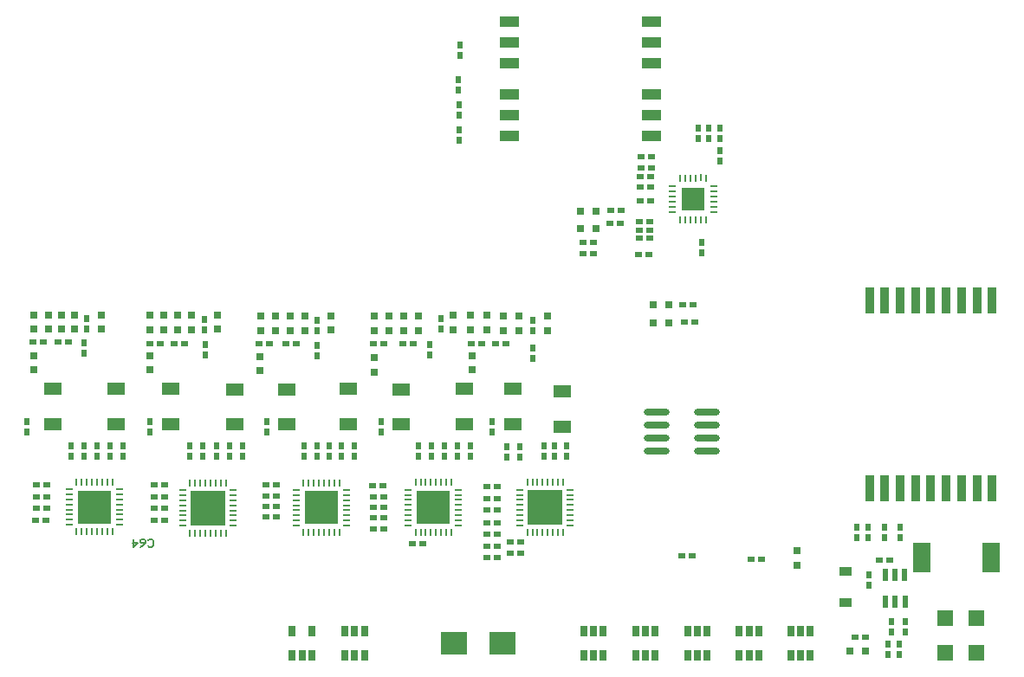
<source format=gtp>
%FSLAX24Y24*%
%MOIN*%
G70*
G01*
G75*
G04 Layer_Color=8421504*
%ADD10R,0.0250X0.0200*%
%ADD11R,0.0362X0.0984*%
%ADD12R,0.0276X0.0394*%
%ADD13R,0.0689X0.1181*%
%ADD14R,0.0984X0.0866*%
%ADD15R,0.0200X0.0250*%
%ADD16R,0.0276X0.0394*%
%ADD17R,0.0315X0.0315*%
%ADD18R,0.0669X0.0492*%
%ADD19R,0.0300X0.0300*%
%ADD20R,0.0906X0.0906*%
%ADD21R,0.0600X0.0600*%
%ADD22R,0.0472X0.0354*%
%ADD23R,0.0472X0.0354*%
%ADD24R,0.0315X0.0315*%
%ADD25R,0.0236X0.0472*%
%ADD26O,0.0315X0.0098*%
%ADD27O,0.0098X0.0315*%
%ADD28O,0.0276X0.0098*%
%ADD29O,0.0098X0.0276*%
%ADD30R,0.1299X0.1299*%
%ADD31R,0.0750X0.0400*%
%ADD32R,0.1358X0.1358*%
%ADD33O,0.0984X0.0276*%
%ADD34C,0.0120*%
%ADD35C,0.0100*%
%ADD36C,0.0080*%
%ADD37C,0.0150*%
%ADD38C,0.0300*%
%ADD39C,0.0200*%
%ADD40C,0.0276*%
%ADD41C,0.0600*%
%ADD42C,0.0220*%
%ADD43C,0.0350*%
%ADD44C,0.0700*%
%ADD45C,0.1100*%
%ADD46R,0.0591X0.0591*%
%ADD47C,0.0591*%
%ADD48C,0.0320*%
%ADD49C,0.0354*%
%ADD50R,0.0591X0.0591*%
%ADD51R,0.0600X0.0600*%
%ADD52C,0.0710*%
%ADD53C,0.0900*%
%ADD54C,0.0400*%
G04:AMPARAMS|DCode=55|XSize=42mil|YSize=42mil|CornerRadius=0mil|HoleSize=0mil|Usage=FLASHONLY|Rotation=0.000|XOffset=0mil|YOffset=0mil|HoleType=Round|Shape=Relief|Width=5mil|Gap=5mil|Entries=4|*
%AMTHD55*
7,0,0,0.0420,0.0320,0.0050,45*
%
%ADD55THD55*%
%ADD56C,0.0420*%
%ADD57C,0.0500*%
%ADD58C,0.1400*%
%ADD59C,0.0654*%
%ADD60C,0.0497*%
G04:AMPARAMS|DCode=61|XSize=49.685mil|YSize=49.685mil|CornerRadius=0mil|HoleSize=0mil|Usage=FLASHONLY|Rotation=0.000|XOffset=0mil|YOffset=0mil|HoleType=Round|Shape=Relief|Width=5mil|Gap=5mil|Entries=4|*
%AMTHD61*
7,0,0,0.0497,0.0397,0.0050,45*
%
%ADD61THD61*%
G04:AMPARAMS|DCode=62|XSize=65.433mil|YSize=65.433mil|CornerRadius=0mil|HoleSize=0mil|Usage=FLASHONLY|Rotation=0.000|XOffset=0mil|YOffset=0mil|HoleType=Round|Shape=Relief|Width=5mil|Gap=5mil|Entries=4|*
%AMTHD62*
7,0,0,0.0654,0.0554,0.0050,45*
%
%ADD62THD62*%
G04:AMPARAMS|DCode=63|XSize=60mil|YSize=60mil|CornerRadius=0mil|HoleSize=0mil|Usage=FLASHONLY|Rotation=0.000|XOffset=0mil|YOffset=0mil|HoleType=Round|Shape=Relief|Width=5mil|Gap=5mil|Entries=4|*
%AMTHD63*
7,0,0,0.0600,0.0500,0.0050,45*
%
%ADD63THD63*%
%ADD64C,0.0770*%
%ADD65C,0.0480*%
%ADD66C,0.0090*%
G04:AMPARAMS|DCode=67|XSize=50mil|YSize=50mil|CornerRadius=0mil|HoleSize=0mil|Usage=FLASHONLY|Rotation=0.000|XOffset=0mil|YOffset=0mil|HoleType=Round|Shape=Relief|Width=5mil|Gap=5mil|Entries=4|*
%AMTHD67*
7,0,0,0.0500,0.0400,0.0050,45*
%
%ADD67THD67*%
G04:AMPARAMS|DCode=68|XSize=48mil|YSize=48mil|CornerRadius=0mil|HoleSize=0mil|Usage=FLASHONLY|Rotation=0.000|XOffset=0mil|YOffset=0mil|HoleType=Round|Shape=Relief|Width=5mil|Gap=5mil|Entries=4|*
%AMTHD68*
7,0,0,0.0480,0.0380,0.0050,45*
%
%ADD68THD68*%
%ADD69R,0.0709X0.0394*%
%ADD70R,0.0472X0.0551*%
%ADD71R,0.0394X0.0394*%
%ADD72R,0.0866X0.0984*%
%ADD73R,0.0551X0.0472*%
%ADD74O,0.0709X0.0118*%
%ADD75O,0.0118X0.0709*%
%ADD76R,0.0360X0.0360*%
%ADD77R,0.0360X0.0500*%
%ADD78R,0.0315X0.0354*%
%ADD79R,0.0300X0.0300*%
%ADD80R,0.0709X0.0433*%
%ADD81C,0.0040*%
%ADD82C,0.0098*%
%ADD83C,0.0060*%
%ADD84C,0.0050*%
%ADD85C,0.0197*%
%ADD86C,0.0079*%
%ADD87C,0.0157*%
%ADD88C,0.0030*%
%ADD89C,0.0059*%
D10*
X23510Y16535D02*
D03*
X23110D02*
D03*
X25276Y17441D02*
D03*
X25676D02*
D03*
X25354Y20276D02*
D03*
X25754D02*
D03*
X25309Y19488D02*
D03*
X25709D02*
D03*
X25236Y16496D02*
D03*
X25636D02*
D03*
X23110Y16968D02*
D03*
X23510D02*
D03*
X15041Y6755D02*
D03*
X15441Y6755D02*
D03*
X15041Y6365D02*
D03*
X15441D02*
D03*
X34511Y4725D02*
D03*
X34911D02*
D03*
X2081Y7625D02*
D03*
X2481D02*
D03*
X2061Y6255D02*
D03*
X2461D02*
D03*
X2081Y6735D02*
D03*
X2481D02*
D03*
X2071Y7185D02*
D03*
X2471Y7185D02*
D03*
X33571Y1785D02*
D03*
X33971D02*
D03*
X1961Y13125D02*
D03*
X2361D02*
D03*
X3331Y13135D02*
D03*
X2931D02*
D03*
X7771Y13075D02*
D03*
X7371D02*
D03*
X6441D02*
D03*
X6841D02*
D03*
X6631Y7185D02*
D03*
X7031Y7185D02*
D03*
X6621Y6285D02*
D03*
X7021Y6285D02*
D03*
X6631Y7625D02*
D03*
X7031Y7625D02*
D03*
X6631Y6735D02*
D03*
X7031D02*
D03*
X10661Y13075D02*
D03*
X11061D02*
D03*
X11681Y13085D02*
D03*
X12081D02*
D03*
X10911Y6405D02*
D03*
X11311D02*
D03*
X10901Y6815D02*
D03*
X11301D02*
D03*
X10901Y7625D02*
D03*
X11301D02*
D03*
X10901Y7215D02*
D03*
X11301D02*
D03*
X15051Y13075D02*
D03*
X15451D02*
D03*
X16591Y13085D02*
D03*
X16191D02*
D03*
X19401Y7575D02*
D03*
X19801D02*
D03*
X19411Y6665D02*
D03*
X19811Y6665D02*
D03*
X19401Y7115D02*
D03*
X19801D02*
D03*
X20151Y13055D02*
D03*
X19751D02*
D03*
X18821D02*
D03*
X19221D02*
D03*
X25709Y19100D02*
D03*
X25309D02*
D03*
X25748Y19843D02*
D03*
X25348D02*
D03*
X25669Y17756D02*
D03*
X25269D02*
D03*
X25669Y17126D02*
D03*
X25269D02*
D03*
X25711Y18575D02*
D03*
X25311D02*
D03*
X24161Y17705D02*
D03*
X24561D02*
D03*
X24191Y18215D02*
D03*
X24591D02*
D03*
X29571Y4775D02*
D03*
X29971D02*
D03*
X15031Y7595D02*
D03*
X15431D02*
D03*
X27401Y13905D02*
D03*
X27001D02*
D03*
X27341Y14555D02*
D03*
X26941D02*
D03*
X15041Y7165D02*
D03*
X15441D02*
D03*
X16561Y5385D02*
D03*
X16961D02*
D03*
X15441Y5925D02*
D03*
X15041D02*
D03*
X19401Y4835D02*
D03*
X19801D02*
D03*
X19801Y5275D02*
D03*
X19401D02*
D03*
X19401Y5725D02*
D03*
X19801D02*
D03*
X19401Y6185D02*
D03*
X19801D02*
D03*
X20301Y5435D02*
D03*
X20701Y5435D02*
D03*
X20711Y5005D02*
D03*
X20311D02*
D03*
X26931Y4895D02*
D03*
X27331D02*
D03*
D11*
X38858Y14724D02*
D03*
X38268Y14724D02*
D03*
X37677D02*
D03*
X37087D02*
D03*
X36496Y14724D02*
D03*
X35906D02*
D03*
X35315D02*
D03*
X34724D02*
D03*
X34134D02*
D03*
Y7520D02*
D03*
X34724D02*
D03*
X35315D02*
D03*
X35906D02*
D03*
X36496D02*
D03*
X37087D02*
D03*
X37677D02*
D03*
X38268D02*
D03*
X38858D02*
D03*
D12*
X11929Y1063D02*
D03*
X12303D02*
D03*
X12677D02*
D03*
X11929Y2008D02*
D03*
X12677D02*
D03*
D13*
X38809Y4835D02*
D03*
X36151Y4845D02*
D03*
D14*
X18150Y1532D02*
D03*
X20001D02*
D03*
D15*
X28386Y20115D02*
D03*
Y20515D02*
D03*
X34131Y4165D02*
D03*
Y3765D02*
D03*
X18341Y22255D02*
D03*
Y21855D02*
D03*
X18331Y23245D02*
D03*
Y22845D02*
D03*
X18341Y20915D02*
D03*
Y21315D02*
D03*
X18371Y24175D02*
D03*
Y24575D02*
D03*
X6461Y10085D02*
D03*
Y9685D02*
D03*
X5411Y9135D02*
D03*
Y8735D02*
D03*
X4911Y8745D02*
D03*
Y9145D02*
D03*
X3411Y8735D02*
D03*
Y9135D02*
D03*
X35311Y5595D02*
D03*
Y5995D02*
D03*
X34091Y5595D02*
D03*
Y5995D02*
D03*
X9011Y8735D02*
D03*
Y9135D02*
D03*
X10031D02*
D03*
Y8735D02*
D03*
X4411Y8737D02*
D03*
Y9137D02*
D03*
X9521Y8735D02*
D03*
Y9135D02*
D03*
X8491D02*
D03*
Y8735D02*
D03*
X8581Y12635D02*
D03*
Y13035D02*
D03*
X8551Y13605D02*
D03*
Y14005D02*
D03*
X7981Y8735D02*
D03*
Y9135D02*
D03*
X13351Y9125D02*
D03*
Y8725D02*
D03*
X13801Y8735D02*
D03*
Y9135D02*
D03*
X14311D02*
D03*
Y8735D02*
D03*
X12891Y12615D02*
D03*
Y13015D02*
D03*
X12871Y9135D02*
D03*
Y8735D02*
D03*
X10941Y9665D02*
D03*
Y10065D02*
D03*
X18271Y8735D02*
D03*
Y9135D02*
D03*
X17791Y8735D02*
D03*
Y9135D02*
D03*
X18771Y9145D02*
D03*
Y8745D02*
D03*
X16791Y8735D02*
D03*
Y9135D02*
D03*
X17661Y13635D02*
D03*
Y14035D02*
D03*
X17291Y8735D02*
D03*
Y9135D02*
D03*
X17221Y12635D02*
D03*
Y13035D02*
D03*
X15361Y9665D02*
D03*
Y10065D02*
D03*
X22471Y9125D02*
D03*
Y8725D02*
D03*
X21171Y12905D02*
D03*
Y12505D02*
D03*
X22031Y8725D02*
D03*
X22031Y9125D02*
D03*
X21181Y13575D02*
D03*
Y13975D02*
D03*
X21611Y8725D02*
D03*
Y9125D02*
D03*
X20176Y8715D02*
D03*
Y9115D02*
D03*
X20669Y8694D02*
D03*
X20669Y9094D02*
D03*
X19621Y9685D02*
D03*
Y10085D02*
D03*
X27560Y21374D02*
D03*
Y20974D02*
D03*
X27953D02*
D03*
Y21374D02*
D03*
X28386Y20974D02*
D03*
Y21374D02*
D03*
X3921Y12695D02*
D03*
Y13095D02*
D03*
X4011Y14045D02*
D03*
Y13645D02*
D03*
X1721Y9685D02*
D03*
Y10085D02*
D03*
X33641Y5995D02*
D03*
Y5595D02*
D03*
X3911Y8737D02*
D03*
Y9137D02*
D03*
X12381Y8735D02*
D03*
Y9135D02*
D03*
X12891Y13575D02*
D03*
Y13975D02*
D03*
X34731Y5595D02*
D03*
Y5995D02*
D03*
X34981Y1965D02*
D03*
Y2365D02*
D03*
X35501Y1975D02*
D03*
Y2375D02*
D03*
X35271Y1505D02*
D03*
Y1105D02*
D03*
X34851D02*
D03*
Y1505D02*
D03*
X27671Y16565D02*
D03*
Y16965D02*
D03*
D16*
X13957Y1075D02*
D03*
D03*
X14331D02*
D03*
X14705Y1075D02*
D03*
X13957Y2020D02*
D03*
X14331D02*
D03*
X14705D02*
D03*
X31117Y1070D02*
D03*
D03*
X31491D02*
D03*
X31865D02*
D03*
X31117Y2015D02*
D03*
X31491D02*
D03*
X31865D02*
D03*
X29127Y1055D02*
D03*
D03*
X29501D02*
D03*
X29875D02*
D03*
X29127Y2000D02*
D03*
X29501D02*
D03*
X29875D02*
D03*
X27137Y1060D02*
D03*
D03*
X27511D02*
D03*
X27885D02*
D03*
X27137Y2005D02*
D03*
X27511D02*
D03*
X27885D02*
D03*
X25133Y1065D02*
D03*
D03*
X25507D02*
D03*
X25881D02*
D03*
X25133Y2010D02*
D03*
X25507D02*
D03*
X25881D02*
D03*
X23137Y1060D02*
D03*
D03*
X23511D02*
D03*
X23885D02*
D03*
X23137Y2005D02*
D03*
X23511D02*
D03*
X23885D02*
D03*
D17*
X31361Y5116D02*
D03*
Y4525D02*
D03*
D18*
X11701Y11315D02*
D03*
Y9965D02*
D03*
X20401Y11325D02*
D03*
Y9975D02*
D03*
X5161Y9975D02*
D03*
Y11325D02*
D03*
X9701Y9965D02*
D03*
Y11315D02*
D03*
X7251Y11335D02*
D03*
Y9985D02*
D03*
X14081Y9975D02*
D03*
Y11325D02*
D03*
X18541D02*
D03*
Y9975D02*
D03*
X2711Y11325D02*
D03*
Y9975D02*
D03*
X16121Y11305D02*
D03*
Y9955D02*
D03*
X22331Y11235D02*
D03*
Y9885D02*
D03*
D19*
X1971Y13625D02*
D03*
Y14175D02*
D03*
X20051Y13585D02*
D03*
Y14135D02*
D03*
X15081Y11985D02*
D03*
Y12535D02*
D03*
X2541Y13625D02*
D03*
Y14175D02*
D03*
X3041Y13625D02*
D03*
Y14175D02*
D03*
X7511Y13615D02*
D03*
Y14165D02*
D03*
X6981Y13615D02*
D03*
Y14165D02*
D03*
X6441Y13615D02*
D03*
Y14165D02*
D03*
X9061Y13635D02*
D03*
Y14185D02*
D03*
X8061Y13615D02*
D03*
Y14165D02*
D03*
X10711Y13585D02*
D03*
Y14135D02*
D03*
X11851Y13575D02*
D03*
Y14125D02*
D03*
X11271Y13585D02*
D03*
Y14135D02*
D03*
X6461Y12055D02*
D03*
Y12605D02*
D03*
X10681Y12575D02*
D03*
Y12025D02*
D03*
X13411Y13595D02*
D03*
Y14145D02*
D03*
X12420Y13585D02*
D03*
Y14135D02*
D03*
X16221Y13585D02*
D03*
Y14135D02*
D03*
X15641Y13585D02*
D03*
Y14135D02*
D03*
X15071Y13585D02*
D03*
Y14135D02*
D03*
X18121Y13605D02*
D03*
Y14155D02*
D03*
X16781Y14135D02*
D03*
Y13585D02*
D03*
X21761D02*
D03*
Y14135D02*
D03*
X19431Y13605D02*
D03*
Y14155D02*
D03*
X18771Y13605D02*
D03*
Y14155D02*
D03*
X20641Y13585D02*
D03*
Y14135D02*
D03*
X4591Y14175D02*
D03*
Y13625D02*
D03*
X1981Y12065D02*
D03*
Y12615D02*
D03*
X3551Y13625D02*
D03*
Y14175D02*
D03*
X18851Y12065D02*
D03*
Y12615D02*
D03*
D20*
X27350Y18638D02*
D03*
D21*
X38241Y1165D02*
D03*
Y2515D02*
D03*
X37051Y1165D02*
D03*
Y2515D02*
D03*
D22*
X33231Y4305D02*
D03*
D23*
Y3105D02*
D03*
D24*
X23623Y18186D02*
D03*
X23032D02*
D03*
X33391Y1235D02*
D03*
X33982D02*
D03*
X23623Y17516D02*
D03*
X23032D02*
D03*
X25821Y13875D02*
D03*
X26412D02*
D03*
X25811Y14575D02*
D03*
X26402D02*
D03*
D25*
X35491Y4165D02*
D03*
X35117D02*
D03*
X34743D02*
D03*
X35511Y3142D02*
D03*
X35117D02*
D03*
X34743D02*
D03*
D26*
X28137Y19130D02*
D03*
Y18933D02*
D03*
Y18736D02*
D03*
Y18539D02*
D03*
Y18343D02*
D03*
Y18146D02*
D03*
X26562D02*
D03*
Y18343D02*
D03*
Y18539D02*
D03*
Y18736D02*
D03*
Y19130D02*
D03*
Y18933D02*
D03*
D27*
X27842Y17850D02*
D03*
X27645D02*
D03*
X27251D02*
D03*
X27054D02*
D03*
X26858D02*
D03*
Y19425D02*
D03*
X27054D02*
D03*
X27251D02*
D03*
X27448D02*
D03*
X27638Y19485D02*
D03*
X27842Y19425D02*
D03*
X27448Y17850D02*
D03*
D28*
X5286Y6096D02*
D03*
Y6490D02*
D03*
Y6687D02*
D03*
Y6884D02*
D03*
Y7081D02*
D03*
Y7277D02*
D03*
Y7474D02*
D03*
X3357D02*
D03*
Y7277D02*
D03*
Y7081D02*
D03*
Y6884D02*
D03*
Y6687D02*
D03*
Y6490D02*
D03*
Y6293D02*
D03*
Y6096D02*
D03*
X14016Y6066D02*
D03*
Y6263D02*
D03*
Y6460D02*
D03*
Y6657D02*
D03*
Y6854D02*
D03*
Y7051D02*
D03*
Y7247D02*
D03*
Y7444D02*
D03*
X12087D02*
D03*
Y7247D02*
D03*
Y7051D02*
D03*
Y6854D02*
D03*
Y6657D02*
D03*
Y6460D02*
D03*
Y6263D02*
D03*
Y6066D02*
D03*
X18324Y6072D02*
D03*
Y6269D02*
D03*
Y6465D02*
D03*
Y6662D02*
D03*
Y6859D02*
D03*
Y7056D02*
D03*
Y7253D02*
D03*
Y7450D02*
D03*
X16395D02*
D03*
Y7253D02*
D03*
Y7056D02*
D03*
Y6859D02*
D03*
Y6662D02*
D03*
Y6465D02*
D03*
Y6269D02*
D03*
Y6072D02*
D03*
X5286Y6293D02*
D03*
X9644Y6062D02*
D03*
Y6259D02*
D03*
Y6455D02*
D03*
Y6652D02*
D03*
Y6849D02*
D03*
Y7046D02*
D03*
Y7243D02*
D03*
Y7440D02*
D03*
X7715D02*
D03*
Y7243D02*
D03*
Y7046D02*
D03*
Y6849D02*
D03*
Y6652D02*
D03*
Y6455D02*
D03*
Y6259D02*
D03*
Y6062D02*
D03*
X22625Y6072D02*
D03*
Y6269D02*
D03*
Y6465D02*
D03*
Y6662D02*
D03*
Y6859D02*
D03*
Y7056D02*
D03*
Y7253D02*
D03*
Y7450D02*
D03*
X20696D02*
D03*
Y7253D02*
D03*
Y7056D02*
D03*
Y6859D02*
D03*
Y6662D02*
D03*
Y6465D02*
D03*
Y6269D02*
D03*
Y6072D02*
D03*
D29*
X5010Y7750D02*
D03*
X4813D02*
D03*
X4617D02*
D03*
X4420D02*
D03*
X4223D02*
D03*
X4026D02*
D03*
X3829D02*
D03*
X3632D02*
D03*
Y5821D02*
D03*
X3829D02*
D03*
X4026D02*
D03*
X4223D02*
D03*
X4420D02*
D03*
X4617D02*
D03*
X4813D02*
D03*
X5010D02*
D03*
X13740Y7720D02*
D03*
X13543D02*
D03*
X13347D02*
D03*
X13150D02*
D03*
X12953D02*
D03*
X12756D02*
D03*
X12559D02*
D03*
X12362D02*
D03*
Y5791D02*
D03*
X12559D02*
D03*
X12756D02*
D03*
X12953D02*
D03*
X13150D02*
D03*
X13347D02*
D03*
X13543D02*
D03*
X13740D02*
D03*
X18049Y7725D02*
D03*
X17852D02*
D03*
X17655D02*
D03*
X17458D02*
D03*
X17261D02*
D03*
X17064D02*
D03*
X16868D02*
D03*
X16671D02*
D03*
Y5796D02*
D03*
X16868D02*
D03*
X17064D02*
D03*
X17261D02*
D03*
X17458D02*
D03*
X17655D02*
D03*
X17852D02*
D03*
X18049D02*
D03*
X9369Y7715D02*
D03*
X9172D02*
D03*
X8975D02*
D03*
X8778D02*
D03*
X8581D02*
D03*
X8384D02*
D03*
X7991D02*
D03*
Y5786D02*
D03*
X8188D02*
D03*
X8384D02*
D03*
X8581D02*
D03*
X8778D02*
D03*
X8975D02*
D03*
X9172D02*
D03*
X9369D02*
D03*
X22349Y7725D02*
D03*
X22152D02*
D03*
X21956D02*
D03*
X21759D02*
D03*
X21562D02*
D03*
X21168D02*
D03*
X20971D02*
D03*
Y5796D02*
D03*
X21168D02*
D03*
X21365D02*
D03*
X21562D02*
D03*
X21759D02*
D03*
X21956D02*
D03*
X22152D02*
D03*
X22349D02*
D03*
X8188Y7715D02*
D03*
X21365Y7725D02*
D03*
D30*
X4321Y6785D02*
D03*
X13051Y6755D02*
D03*
X17360Y6761D02*
D03*
D31*
X20299Y21074D02*
D03*
Y21874D02*
D03*
Y22674D02*
D03*
Y23874D02*
D03*
Y24674D02*
D03*
Y25474D02*
D03*
X25749D02*
D03*
Y24674D02*
D03*
Y23874D02*
D03*
Y22674D02*
D03*
Y21874D02*
D03*
Y21074D02*
D03*
D32*
X8680Y6751D02*
D03*
X21660Y6761D02*
D03*
D33*
X25947Y10445D02*
D03*
Y9945D02*
D03*
Y9445D02*
D03*
Y8945D02*
D03*
X27876Y10445D02*
D03*
Y9945D02*
D03*
Y9445D02*
D03*
Y8945D02*
D03*
D84*
X6381Y5295D02*
X6431Y5245D01*
X6531D01*
X6581Y5295D01*
Y5495D01*
X6531Y5545D01*
X6431D01*
X6381Y5495D01*
X6081Y5245D02*
X6181Y5295D01*
X6281Y5395D01*
Y5495D01*
X6231Y5545D01*
X6131D01*
X6081Y5495D01*
Y5445D01*
X6131Y5395D01*
X6281D01*
X5832Y5545D02*
Y5245D01*
X5981Y5395D01*
X5782D01*
M02*

</source>
